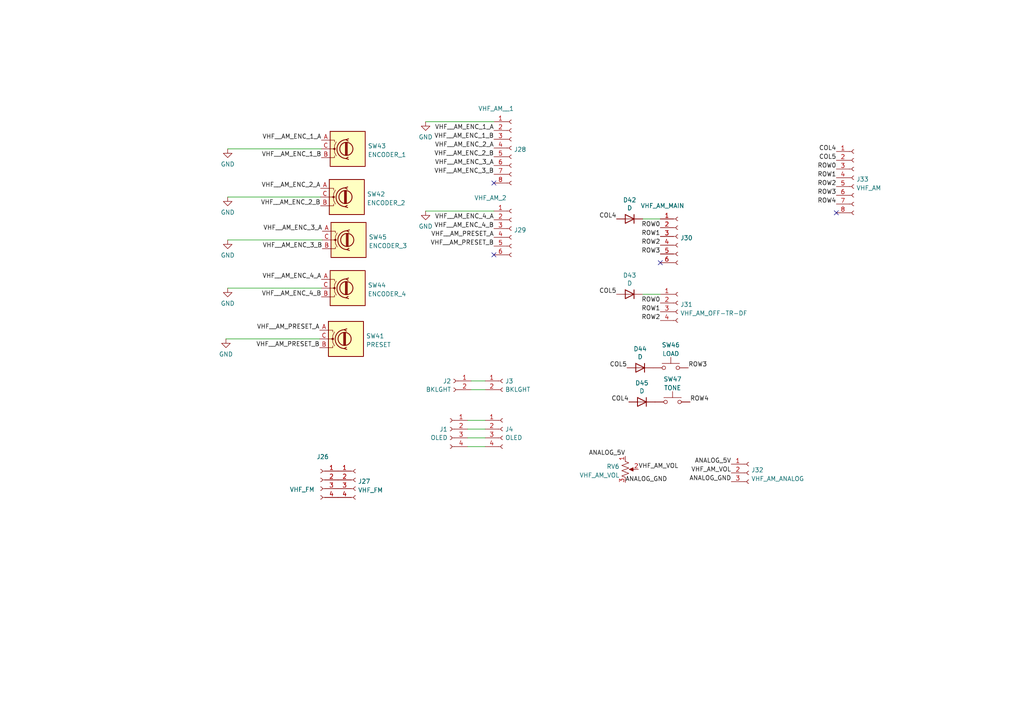
<source format=kicad_sch>
(kicad_sch (version 20230121) (generator eeschema)
  (paper "A4")
  (lib_symbols
    (symbol "Connector:Conn_01x02_Socket" (pin_names (offset 1.016) hide)
      (property "Reference" "J" (at 0 2.54 0))
      (property "Value" "Conn_01x02_Socket" (at 0 -5.08 0))
      (symbol "Conn_01x02_Socket_1_1"
        (arc (start 0 -2.032) (mid -0.5058 -2.54) (end 0 -3.048) (stroke (width 0.1524)))
        (polyline (pts (xy -1.27 -2.54) (xy -0.508 -2.54)) (stroke (width 0.1524)))
        (polyline (pts (xy -1.27 0) (xy -0.508 0)) (stroke (width 0.1524)))
        (arc (start 0 0.508) (mid -0.5058 0) (end 0 -0.508) (stroke (width 0.1524)))
        (pin passive line (at -5.08 0 0) (length 3.81) (name "Pin_1") (number "1"))
        (pin passive line (at -5.08 -2.54 0) (length 3.81) (name "Pin_2") (number "2"))
      )
    )
    (symbol "Connector:Conn_01x03_Female" (pin_names (offset 1.016) hide)
      (property "Reference" "J" (at 0 5.08 0))
      (property "Value" "Conn_01x03_Female" (at 0 -5.08 0))
      (symbol "Conn_01x03_Female_1_1"
        (arc (start 0 -2.032) (mid -0.5058 -2.54) (end 0 -3.048) (stroke (width 0.1524)))
        (polyline (pts (xy -1.27 -2.54) (xy -0.508 -2.54)) (stroke (width 0.1524)))
        (polyline (pts (xy -1.27 0) (xy -0.508 0)) (stroke (width 0.1524)))
        (polyline (pts (xy -1.27 2.54) (xy -0.508 2.54)) (stroke (width 0.1524)))
        (arc (start 0 0.508) (mid -0.5058 0) (end 0 -0.508) (stroke (width 0.1524)))
        (arc (start 0 3.048) (mid -0.5058 2.54) (end 0 2.032) (stroke (width 0.1524)))
        (pin passive line (at -5.08 2.54 0) (length 3.81) (name "Pin_1") (number "1"))
        (pin passive line (at -5.08 0 0) (length 3.81) (name "Pin_2") (number "2"))
        (pin passive line (at -5.08 -2.54 0) (length 3.81) (name "Pin_3") (number "3"))
      )
    )
    (symbol "Connector:Conn_01x04_Female" (pin_names (offset 1.016) hide)
      (property "Reference" "J" (at 0 5.08 0))
      (property "Value" "Conn_01x04_Female" (at 0 -7.62 0))
      (symbol "Conn_01x04_Female_1_1"
        (arc (start 0 -4.572) (mid -0.5058 -5.08) (end 0 -5.588) (stroke (width 0.1524)))
        (arc (start 0 -2.032) (mid -0.5058 -2.54) (end 0 -3.048) (stroke (width 0.1524)))
        (polyline (pts (xy -1.27 -5.08) (xy -0.508 -5.08)) (stroke (width 0.1524)))
        (polyline (pts (xy -1.27 -2.54) (xy -0.508 -2.54)) (stroke (width 0.1524)))
        (polyline (pts (xy -1.27 0) (xy -0.508 0)) (stroke (width 0.1524)))
        (polyline (pts (xy -1.27 2.54) (xy -0.508 2.54)) (stroke (width 0.1524)))
        (arc (start 0 0.508) (mid -0.5058 0) (end 0 -0.508) (stroke (width 0.1524)))
        (arc (start 0 3.048) (mid -0.5058 2.54) (end 0 2.032) (stroke (width 0.1524)))
        (pin passive line (at -5.08 2.54 0) (length 3.81) (name "Pin_1") (number "1"))
        (pin passive line (at -5.08 0 0) (length 3.81) (name "Pin_2") (number "2"))
        (pin passive line (at -5.08 -2.54 0) (length 3.81) (name "Pin_3") (number "3"))
        (pin passive line (at -5.08 -5.08 0) (length 3.81) (name "Pin_4") (number "4"))
      )
    )
    (symbol "Connector:Conn_01x04_Socket" (pin_names (offset 1.016) hide)
      (property "Reference" "J" (at 0 5.08 0))
      (property "Value" "Conn_01x04_Socket" (at 0 -7.62 0))
      (symbol "Conn_01x04_Socket_1_1"
        (arc (start 0 -4.572) (mid -0.5058 -5.08) (end 0 -5.588) (stroke (width 0.1524)))
        (arc (start 0 -2.032) (mid -0.5058 -2.54) (end 0 -3.048) (stroke (width 0.1524)))
        (polyline (pts (xy -1.27 -5.08) (xy -0.508 -5.08)) (stroke (width 0.1524)))
        (polyline (pts (xy -1.27 -2.54) (xy -0.508 -2.54)) (stroke (width 0.1524)))
        (polyline (pts (xy -1.27 0) (xy -0.508 0)) (stroke (width 0.1524)))
        (polyline (pts (xy -1.27 2.54) (xy -0.508 2.54)) (stroke (width 0.1524)))
        (arc (start 0 0.508) (mid -0.5058 0) (end 0 -0.508) (stroke (width 0.1524)))
        (arc (start 0 3.048) (mid -0.5058 2.54) (end 0 2.032) (stroke (width 0.1524)))
        (pin passive line (at -5.08 2.54 0) (length 3.81) (name "Pin_1") (number "1"))
        (pin passive line (at -5.08 0 0) (length 3.81) (name "Pin_2") (number "2"))
        (pin passive line (at -5.08 -2.54 0) (length 3.81) (name "Pin_3") (number "3"))
        (pin passive line (at -5.08 -5.08 0) (length 3.81) (name "Pin_4") (number "4"))
      )
    )
    (symbol "Connector:Conn_01x06_Female" (pin_names (offset 1.016) hide)
      (property "Reference" "J" (at 0 7.62 0))
      (property "Value" "Conn_01x06_Female" (at 0 -10.16 0))
      (symbol "Conn_01x06_Female_1_1"
        (arc (start 0 -7.112) (mid -0.5058 -7.62) (end 0 -8.128) (stroke (width 0.1524)))
        (arc (start 0 -4.572) (mid -0.5058 -5.08) (end 0 -5.588) (stroke (width 0.1524)))
        (arc (start 0 -2.032) (mid -0.5058 -2.54) (end 0 -3.048) (stroke (width 0.1524)))
        (polyline (pts (xy -1.27 -7.62) (xy -0.508 -7.62)) (stroke (width 0.1524)))
        (polyline (pts (xy -1.27 -5.08) (xy -0.508 -5.08)) (stroke (width 0.1524)))
        (polyline (pts (xy -1.27 -2.54) (xy -0.508 -2.54)) (stroke (width 0.1524)))
        (polyline (pts (xy -1.27 0) (xy -0.508 0)) (stroke (width 0.1524)))
        (polyline (pts (xy -1.27 2.54) (xy -0.508 2.54)) (stroke (width 0.1524)))
        (polyline (pts (xy -1.27 5.08) (xy -0.508 5.08)) (stroke (width 0.1524)))
        (arc (start 0 0.508) (mid -0.5058 0) (end 0 -0.508) (stroke (width 0.1524)))
        (arc (start 0 3.048) (mid -0.5058 2.54) (end 0 2.032) (stroke (width 0.1524)))
        (arc (start 0 5.588) (mid -0.5058 5.08) (end 0 4.572) (stroke (width 0.1524)))
        (pin passive line (at -5.08 5.08 0) (length 3.81) (name "Pin_1") (number "1"))
        (pin passive line (at -5.08 2.54 0) (length 3.81) (name "Pin_2") (number "2"))
        (pin passive line (at -5.08 0 0) (length 3.81) (name "Pin_3") (number "3"))
        (pin passive line (at -5.08 -2.54 0) (length 3.81) (name "Pin_4") (number "4"))
        (pin passive line (at -5.08 -5.08 0) (length 3.81) (name "Pin_5") (number "5"))
        (pin passive line (at -5.08 -7.62 0) (length 3.81) (name "Pin_6") (number "6"))
      )
    )
    (symbol "Connector:Conn_01x08_Female" (pin_names (offset 1.016) hide)
      (property "Reference" "J" (at 0 10.16 0))
      (property "Value" "Conn_01x08_Female" (at 0 -12.7 0))
      (symbol "Conn_01x08_Female_1_1"
        (arc (start 0 -9.652) (mid -0.5058 -10.16) (end 0 -10.668) (stroke (width 0.1524)))
        (arc (start 0 -7.112) (mid -0.5058 -7.62) (end 0 -8.128) (stroke (width 0.1524)))
        (arc (start 0 -4.572) (mid -0.5058 -5.08) (end 0 -5.588) (stroke (width 0.1524)))
        (arc (start 0 -2.032) (mid -0.5058 -2.54) (end 0 -3.048) (stroke (width 0.1524)))
        (polyline (pts (xy -1.27 -10.16) (xy -0.508 -10.16)) (stroke (width 0.1524)))
        (polyline (pts (xy -1.27 -7.62) (xy -0.508 -7.62)) (stroke (width 0.1524)))
        (polyline (pts (xy -1.27 -5.08) (xy -0.508 -5.08)) (stroke (width 0.1524)))
        (polyline (pts (xy -1.27 -2.54) (xy -0.508 -2.54)) (stroke (width 0.1524)))
        (polyline (pts (xy -1.27 0) (xy -0.508 0)) (stroke (width 0.1524)))
        (polyline (pts (xy -1.27 2.54) (xy -0.508 2.54)) (stroke (width 0.1524)))
        (polyline (pts (xy -1.27 5.08) (xy -0.508 5.08)) (stroke (width 0.1524)))
        (polyline (pts (xy -1.27 7.62) (xy -0.508 7.62)) (stroke (width 0.1524)))
        (arc (start 0 0.508) (mid -0.5058 0) (end 0 -0.508) (stroke (width 0.1524)))
        (arc (start 0 3.048) (mid -0.5058 2.54) (end 0 2.032) (stroke (width 0.1524)))
        (arc (start 0 5.588) (mid -0.5058 5.08) (end 0 4.572) (stroke (width 0.1524)))
        (arc (start 0 8.128) (mid -0.5058 7.62) (end 0 7.112) (stroke (width 0.1524)))
        (pin passive line (at -5.08 7.62 0) (length 3.81) (name "Pin_1") (number "1"))
        (pin passive line (at -5.08 5.08 0) (length 3.81) (name "Pin_2") (number "2"))
        (pin passive line (at -5.08 2.54 0) (length 3.81) (name "Pin_3") (number "3"))
        (pin passive line (at -5.08 0 0) (length 3.81) (name "Pin_4") (number "4"))
        (pin passive line (at -5.08 -2.54 0) (length 3.81) (name "Pin_5") (number "5"))
        (pin passive line (at -5.08 -5.08 0) (length 3.81) (name "Pin_6") (number "6"))
        (pin passive line (at -5.08 -7.62 0) (length 3.81) (name "Pin_7") (number "7"))
        (pin passive line (at -5.08 -10.16 0) (length 3.81) (name "Pin_8") (number "8"))
      )
    )
    (symbol "Device:D" (pin_numbers hide) (pin_names (offset 1.016) hide)
      (property "Reference" "D" (at 0 2.54 0))
      (property "Value" "D" (at 0 -2.54 0))
      (symbol "D_0_1"
        (polyline (pts (xy -1.27 1.27) (xy -1.27 -1.27)) (stroke (width 0.254)))
        (polyline (pts (xy 1.27 0) (xy -1.27 0)))
        (polyline (pts (xy 1.27 1.27) (xy 1.27 -1.27) (xy -1.27 0) (xy 1.27 1.27)) (stroke (width 0.254)))
      )
      (symbol "D_1_1"
        (pin passive line (at -3.81 0 0) (length 2.54) (name "K") (number "1"))
        (pin passive line (at 3.81 0 180) (length 2.54) (name "A") (number "2"))
      )
    )
    (symbol "Device:R_Potentiometer_US" (pin_names (offset 1.016) hide)
      (property "Reference" "RV" (at -4.445 0 90))
      (property "Value" "R_Potentiometer_US" (at -2.54 0 90))
      (symbol "R_Potentiometer_US_0_1"
        (polyline (pts (xy 0 -2.286) (xy 0 -2.54)))
        (polyline (pts (xy 0 2.54) (xy 0 2.286)))
        (polyline (pts (xy 2.54 0) (xy 1.524 0)))
        (polyline (pts (xy 1.143 0) (xy 2.286 0.508) (xy 2.286 -0.508) (xy 1.143 0)) (fill (type outline)))
        (polyline (pts (xy 0 -0.762) (xy 1.016 -1.143) (xy 0 -1.524) (xy -1.016 -1.905) (xy 0 -2.286)))
        (polyline (pts (xy 0 0.762) (xy 1.016 0.381) (xy 0 0) (xy -1.016 -0.381) (xy 0 -0.762)))
        (polyline (pts (xy 0 2.286) (xy 1.016 1.905) (xy 0 1.524) (xy -1.016 1.143) (xy 0 0.762)))
      )
      (symbol "R_Potentiometer_US_1_1"
        (pin passive line (at 0 3.81 270) (length 1.27) (name "1") (number "1"))
        (pin passive line (at 3.81 0 180) (length 1.27) (name "2") (number "2"))
        (pin passive line (at 0 -3.81 90) (length 1.27) (name "3") (number "3"))
      )
    )
    (symbol "Device:RotaryEncoder" (pin_names (offset 0.254) hide)
      (property "Reference" "SW" (at 0 6.604 0))
      (property "Value" "RotaryEncoder" (at 0 -6.604 0))
      (symbol "RotaryEncoder_0_1"
        (rectangle (start -5.08 5.08) (end 5.08 -5.08) (stroke (width 0.254)) (fill (type background)))
        (circle (center -3.81 0) (radius 0.254) (fill (type outline)))
        (circle (center -0.381 0) (radius 1.905) (stroke (width 0.254)))
        (arc (start -0.381 2.667) (mid -3.0988 -0.0635) (end -0.381 -2.794) (stroke (width 0.254)))
        (polyline (pts (xy -0.635 -1.778) (xy -0.635 1.778)) (stroke (width 0.254)))
        (polyline (pts (xy -0.381 -1.778) (xy -0.381 1.778)) (stroke (width 0.254)))
        (polyline (pts (xy -0.127 1.778) (xy -0.127 -1.778)) (stroke (width 0.254)))
        (polyline (pts (xy -5.08 -2.54) (xy -3.81 -2.54) (xy -3.81 -2.032)))
        (polyline (pts (xy -5.08 2.54) (xy -3.81 2.54) (xy -3.81 2.032)))
        (polyline (pts (xy 0.254 -3.048) (xy -0.508 -2.794) (xy 0.127 -2.413)) (stroke (width 0.254)))
        (polyline (pts (xy 0.254 2.921) (xy -0.508 2.667) (xy 0.127 2.286)) (stroke (width 0.254)))
        (polyline (pts (xy -5.08 0) (xy -3.81 0) (xy -3.81 -1.016) (xy -3.302 -2.032)))
        (polyline (pts (xy -4.318 0) (xy -3.81 0) (xy -3.81 1.016) (xy -3.302 2.032)))
      )
      (symbol "RotaryEncoder_1_1"
        (pin passive line (at -7.62 2.54 0) (length 2.54) (name "A") (number "A"))
        (pin passive line (at -7.62 -2.54 0) (length 2.54) (name "B") (number "B"))
        (pin passive line (at -7.62 0 0) (length 2.54) (name "C") (number "C"))
      )
    )
    (symbol "Switch:SW_Push" (pin_numbers hide) (pin_names (offset 1.016) hide)
      (property "Reference" "SW" (at 1.27 2.54 0))
      (property "Value" "SW_Push" (at 0 -1.524 0))
      (symbol "SW_Push_0_1"
        (circle (center -2.032 0) (radius 0.508))
        (polyline (pts (xy 0 1.27) (xy 0 3.048)))
        (polyline (pts (xy 2.54 1.27) (xy -2.54 1.27)))
        (circle (center 2.032 0) (radius 0.508))
        (pin passive line (at -5.08 0 0) (length 2.54) (name "1") (number "1"))
        (pin passive line (at 5.08 0 180) (length 2.54) (name "2") (number "2"))
      )
    )
    (symbol "power:GND" (power) (pin_names (offset 0))
      (property "Value" "GND" (at 0 -3.81 0))
      (symbol "GND_0_1"
        (polyline (pts (xy 0 0) (xy 0 -1.27) (xy 1.27 -1.27) (xy 0 -2.54) (xy -1.27 -1.27) (xy 0 -1.27)))
      )
      (symbol "GND_1_1"
        (pin power_in line (at 0 0 270) (length 0) hide (name "GND") (number "1"))
      )
    )
  )
  (no_connect (at 191.516 76.2))
  (no_connect (at 143.256 73.914))
  (no_connect (at 242.57 61.722))
  (no_connect (at 143.256 53.086))
  (wire (pts (xy 135.636 121.92) (xy 140.716 121.92)))
  (wire (pts (xy 186.436 85.344) (xy 191.516 85.344)))
  (wire (pts (xy 65.532 98.298) (xy 92.71 98.298)))
  (wire (pts (xy 136.652 110.49) (xy 140.716 110.49)))
  (wire (pts (xy 135.636 129.54) (xy 140.716 129.54)))
  (wire (pts (xy 123.444 35.306) (xy 143.256 35.306)))
  (wire (pts (xy 66.04 43.18) (xy 93.218 43.18)))
  (wire (pts (xy 135.636 124.46) (xy 140.716 124.46)))
  (wire (pts (xy 136.652 113.03) (xy 140.716 113.03)))
  (wire (pts (xy 66.04 57.15) (xy 92.964 57.15)))
  (wire (pts (xy 123.444 61.214) (xy 143.256 61.214)))
  (wire (pts (xy 66.04 69.596) (xy 93.472 69.596)))
  (wire (pts (xy 66.04 83.566) (xy 93.218 83.566)))
  (wire (pts (xy 135.636 127) (xy 140.716 127)))
  (wire (pts (xy 186.436 63.5) (xy 191.516 63.5)))
  (label "VHF__AM_PRESET_A" (at 92.71 95.758 180))
  (label "ANALOG_5V" (at 181.356 132.334 180))
  (label "VHF__AM_ENC_4_A" (at 93.218 81.026 180))
  (label "ROW0" (at 242.57 49.022 180))
  (label "VHF__AM_PRESET_B" (at 143.256 71.374 180))
  (label "COL5" (at 242.57 46.482 180))
  (label "ROW3" (at 242.57 56.642 180))
  (label "VHF__AM_ENC_1_B" (at 93.218 45.72 180))
  (label "COL4" (at 242.57 43.942 180))
  (label "ROW0" (at 191.516 66.04 180))
  (label "VHF_AM_VOL" (at 212.09 137.16 180))
  (label "VHF__AM_ENC_1_B" (at 143.256 40.386 180))
  (label "ROW4" (at 200.152 116.586 0))
  (label "COL4" (at 178.816 63.5 180))
  (label "ANALOG_GND" (at 212.09 139.7 180))
  (label "ANALOG_GND" (at 181.356 139.954 0))
  (label "VHF__AM_ENC_2_A" (at 92.964 54.61 180))
  (label "ROW3" (at 191.516 73.66 180))
  (label "VHF__AM_ENC_4_B" (at 93.218 86.106 180))
  (label "ROW4" (at 242.57 59.182 180))
  (label "COL5" (at 178.816 85.344 180))
  (label "VHF__AM_ENC_2_B" (at 143.256 45.466 180))
  (label "VHF_AM_VOL" (at 185.166 136.144 0))
  (label "ROW2" (at 242.57 54.102 180))
  (label "ROW2" (at 191.516 71.12 180))
  (label "VHF__AM_ENC_1_A" (at 93.218 40.64 180))
  (label "VHF__AM_ENC_3_A" (at 93.472 67.056 180))
  (label "ROW1" (at 191.516 68.58 180))
  (label "VHF__AM_ENC_3_A" (at 143.256 48.006 180))
  (label "COL4" (at 182.372 116.586 180))
  (label "ROW1" (at 191.516 90.424 180))
  (label "COL5" (at 181.864 106.68 180))
  (label "VHF__AM_ENC_3_B" (at 143.256 50.546 180))
  (label "VHF__AM_ENC_2_A" (at 143.256 42.926 180))
  (label "VHF__AM_ENC_3_B" (at 93.472 72.136 180))
  (label "ROW1" (at 242.57 51.562 180))
  (label "VHF__AM_ENC_1_A" (at 143.256 37.846 180))
  (label "ROW2" (at 191.516 92.964 180))
  (label "VHF__AM_PRESET_A" (at 143.256 68.834 180))
  (label "VHF__AM_ENC_4_B" (at 143.256 66.294 180))
  (label "ANALOG_5V" (at 212.09 134.62 180))
  (label "VHF__AM_ENC_2_B" (at 92.964 59.69 180))
  (label "ROW0" (at 191.516 87.884 180))
  (label "VHF__AM_PRESET_B" (at 92.71 100.838 180))
  (label "ROW3" (at 199.644 106.68 0))
  (label "VHF__AM_ENC_4_A" (at 143.256 63.754 180))
  (symbol (lib_id "Switch:SW_Push") (at 195.072 116.586 0) (unit 1)
    (property "Reference" "SW47" (at 195.072 109.9652 0))
    (property "Value" "TONE" (at 195.072 112.5021 0))
    (property "Footprint" "Connector_Molex:Molex_KK-254_AE-6410-02A_1x02_P2.54mm_Vertical" (effects hide))
  )
  (symbol (lib_id "Device:RotaryEncoder") (at 100.838 83.566 0) (unit 1)
    (property "Reference" "SW44" (at 106.68 82.7313 0) (effects (justify left)))
    (property "Value" "ENCODER_4" (at 106.68 85.2682 0) (effects (justify left)))
    (property "Footprint" "Connector_Molex:Molex_KK-254_AE-6410-03A_1x03_P2.54mm_Vertical" (effects hide))
  )
  (symbol (lib_id "Device:D") (at 182.626 85.344 0) (mirror y) (unit 1)
    (property "Reference" "D43" (at 182.626 79.8576 0))
    (property "Value" "D" (at 182.626 82.169 0))
    (property "Footprint" "Diode_THT:D_A-405_P7.62mm_Horizontal" (effects hide))
  )
  (symbol (lib_id "Connector:Conn_01x02_Socket") (at 131.572 110.49 0) (mirror y) (unit 1)
    (property "Reference" "J2" (at 130.8608 110.5479 0) (effects (justify left)))
    (property "Value" "BKLGHT" (at 130.8608 112.9721 0) (effects (justify left)))
    (property "Footprint" "Connector_Molex:Molex_KK-254_AE-6410-02A_1x02_P2.54mm_Vertical" (effects hide))
    (instances (project "EWS" (path "" (reference "J2") (unit 1))) (project "Left Console Overview" (path "" (reference "J38") (unit 1))))
  )
  (symbol (lib_id "Connector:Conn_01x04_Socket") (at 145.796 124.46 0) (unit 1)
    (property "Reference" "J4" (at 146.5072 124.5179 0) (effects (justify left)))
    (property "Value" "OLED" (at 146.5072 126.9421 0) (effects (justify left)))
    (property "Footprint" "Connector_Molex:Molex_KK-254_AE-6410-04A_1x04_P2.54mm_Vertical" (effects hide))
    (instances (project "EWS" (path "" (reference "J4") (unit 1))) (project "Left Console Overview" (path "" (reference "J40") (unit 1))))
  )
  (symbol (lib_id "Device:RotaryEncoder") (at 100.838 43.18 0) (unit 1)
    (property "Reference" "SW43" (at 106.68 42.3453 0) (effects (justify left)))
    (property "Value" "ENCODER_1" (at 106.68 44.8822 0) (effects (justify left)))
    (property "Footprint" "Connector_Molex:Molex_KK-254_AE-6410-03A_1x03_P2.54mm_Vertical" (effects hide))
  )
  (symbol (lib_id "Device:RotaryEncoder") (at 101.092 69.596 0) (unit 1)
    (property "Reference" "SW45" (at 106.934 68.7613 0) (effects (justify left)))
    (property "Value" "ENCODER_3" (at 106.934 71.2982 0) (effects (justify left)))
    (property "Footprint" "Connector_Molex:Molex_KK-254_AE-6410-03A_1x03_P2.54mm_Vertical" (effects hide))
  )
  (symbol (lib_id "Switch:SW_Push") (at 194.564 106.68 0) (unit 1)
    (property "Reference" "SW46" (at 194.564 100.0592 0))
    (property "Value" "LOAD" (at 194.564 102.5961 0))
    (property "Footprint" "Connector_Molex:Molex_KK-254_AE-6410-02A_1x02_P2.54mm_Vertical" (effects hide))
  )
  (symbol (lib_id "Connector:Conn_01x02_Socket") (at 145.796 110.49 0) (unit 1)
    (property "Reference" "J3" (at 146.5072 110.5479 0) (effects (justify left)))
    (property "Value" "BKLGHT" (at 146.5072 112.9721 0) (effects (justify left)))
    (property "Footprint" "Connector_Molex:Molex_KK-254_AE-6410-02A_1x02_P2.54mm_Vertical" (effects hide))
    (instances (project "EWS" (path "" (reference "J3") (unit 1))) (project "Left Console Overview" (path "" (reference "J39") (unit 1))))
  )
  (symbol (lib_id "power:GND") (at 66.04 43.18 0) (unit 1)
    (property "Reference" "#PWR020" (effects hide))
    (property "Value" "GND" (at 66.04 47.6234 0))
  )
  (symbol (lib_id "Connector:Conn_01x03_Female") (at 217.17 137.16 0) (unit 1)
    (property "Reference" "J32" (at 217.8812 136.3253 0) (effects (justify left)))
    (property "Value" "VHF_AM_ANALOG" (at 217.8812 138.8622 0) (effects (justify left)))
  )
  (symbol (lib_id "Device:D") (at 182.626 63.5 0) (mirror y) (unit 1)
    (property "Reference" "D42" (at 182.626 58.0136 0))
    (property "Value" "D" (at 182.626 60.325 0))
    (property "Footprint" "Diode_THT:D_A-405_P7.62mm_Horizontal" (effects hide))
  )
  (symbol (lib_id "Connector:Conn_01x08_Female") (at 148.336 42.926 0) (unit 1)
    (property "Reference" "J28" (at 149.0472 43.3613 0) (effects (justify left)))
    (property "Value" "VHF_AM__1" (at 138.684 31.496 0) (effects (justify left)))
  )
  (symbol (lib_id "Connector:Conn_01x08_Female") (at 247.65 51.562 0) (unit 1)
    (property "Reference" "J33" (at 248.3612 51.9973 0) (effects (justify left)))
    (property "Value" "VHF_AM" (at 248.3612 54.5342 0) (effects (justify left)))
  )
  (symbol (lib_id "Connector:Conn_01x04_Female") (at 196.596 87.884 0) (unit 1)
    (property "Reference" "J31" (at 197.3072 88.3193 0) (effects (justify left)))
    (property "Value" "VHF_AM_OFF-TR-DF" (at 197.3072 90.8562 0) (effects (justify left)))
  )
  (symbol (lib_id "power:GND") (at 66.04 69.596 0) (unit 1)
    (property "Reference" "#PWR022" (effects hide))
    (property "Value" "GND" (at 66.04 74.0394 0))
  )
  (symbol (lib_id "Device:D") (at 185.674 106.68 0) (mirror y) (unit 1)
    (property "Reference" "D44" (at 185.674 101.1936 0))
    (property "Value" "D" (at 185.674 103.505 0))
    (property "Footprint" "Diode_THT:D_A-405_P7.62mm_Horizontal" (effects hide))
  )
  (symbol (lib_id "power:GND") (at 66.04 83.566 0) (unit 1)
    (property "Reference" "#PWR023" (effects hide))
    (property "Value" "GND" (at 66.04 88.0094 0))
  )
  (symbol (lib_id "Device:RotaryEncoder") (at 100.584 57.15 0) (unit 1)
    (property "Reference" "SW42" (at 106.426 56.3153 0) (effects (justify left)))
    (property "Value" "ENCODER_2" (at 106.426 58.8522 0) (effects (justify left)))
    (property "Footprint" "Connector_Molex:Molex_KK-254_AE-6410-03A_1x03_P2.54mm_Vertical" (effects hide))
  )
  (symbol (lib_id "Connector:Conn_01x06_Female") (at 196.596 68.58 0) (unit 1)
    (property "Reference" "J30" (at 197.3072 69.0153 0) (effects (justify left)))
    (property "Value" "VHF_AM_MAIN" (at 185.801 59.69 0) (effects (justify left)))
    (property "Footprint" "Connector_Molex:Molex_KK-254_AE-6410-06A_1x06_P2.54mm_Vertical" (effects hide))
  )
  (symbol (lib_id "power:GND") (at 66.04 57.15 0) (unit 1)
    (property "Reference" "#PWR021" (effects hide))
    (property "Value" "GND" (at 66.04 61.5934 0))
  )
  (symbol (lib_id "Device:D") (at 186.182 116.586 0) (mirror y) (unit 1)
    (property "Reference" "D45" (at 186.182 111.0996 0))
    (property "Value" "D" (at 186.182 113.411 0))
    (property "Footprint" "Diode_THT:D_A-405_P7.62mm_Horizontal" (effects hide))
  )
  (symbol (lib_id "power:GND") (at 123.444 35.306 0) (unit 1)
    (property "Reference" "#PWR024" (effects hide))
    (property "Value" "GND" (at 123.444 39.7494 0))
  )
  (symbol (lib_id "Connector:Conn_01x06_Female") (at 148.336 66.294 0) (unit 1)
    (property "Reference" "J29" (at 149.0472 66.7293 0) (effects (justify left)))
    (property "Value" "VHF_AM_2" (at 137.541 57.404 0) (effects (justify left)))
    (property "Footprint" "Connector_Molex:Molex_KK-254_AE-6410-06A_1x06_P2.54mm_Vertical" (effects hide))
  )
  (symbol (lib_id "Device:R_Potentiometer_US") (at 181.356 136.144 0) (unit 1)
    (property "Reference" "RV6" (at 179.705 135.3093 0) (effects (justify right)))
    (property "Value" "VHF_AM_VOL" (at 179.705 137.8462 0) (effects (justify right)))
  )
  (symbol (lib_id "Connector:Conn_01x04_Female") (at 92.964 139.192 0) (mirror y) (unit 1)
    (property "Reference" "J26" (at 93.599 132.495 0))
    (property "Value" "VHF_FM" (at 87.63 141.986 0))
  )
  (symbol (lib_id "power:GND") (at 65.532 98.298 0) (unit 1)
    (property "Reference" "#PWR019" (effects hide))
    (property "Value" "GND" (at 65.532 102.7414 0))
  )
  (symbol (lib_id "Device:RotaryEncoder") (at 100.33 98.298 0) (unit 1)
    (property "Reference" "SW41" (at 106.172 97.4633 0) (effects (justify left)))
    (property "Value" "PRESET" (at 106.172 100.0002 0) (effects (justify left)))
    (property "Footprint" "Connector_Molex:Molex_KK-254_AE-6410-03A_1x03_P2.54mm_Vertical" (effects hide))
  )
  (symbol (lib_id "Connector:Conn_01x04_Socket") (at 130.556 124.46 0) (mirror y) (unit 1)
    (property "Reference" "J1" (at 129.8448 124.5179 0) (effects (justify left)))
    (property "Value" "OLED" (at 129.8448 126.9421 0) (effects (justify left)))
    (property "Footprint" "Connector_Molex:Molex_KK-254_AE-6410-04A_1x04_P2.54mm_Vertical" (effects hide))
    (instances (project "EWS" (path "" (reference "J1") (unit 1))) (project "Left Console Overview" (path "" (reference "J37") (unit 1))))
  )
  (symbol (lib_id "power:GND") (at 123.444 61.214 0) (unit 1)
    (property "Reference" "#PWR025" (effects hide))
    (property "Value" "GND" (at 123.444 65.6574 0))
  )
  (symbol (lib_id "Connector:Conn_01x04_Female") (at 103.124 139.192 0) (unit 1)
    (property "Reference" "J27" (at 103.8352 139.6273 0) (effects (justify left)))
    (property "Value" "VHF_FM" (at 103.8352 142.1642 0) (effects (justify left)))
  )
)
</source>
